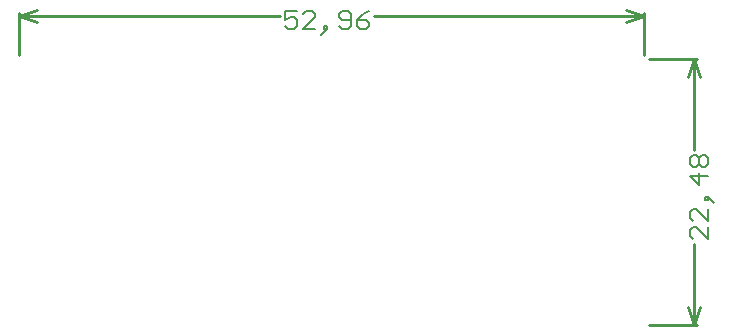
<source format=gm1>
%FSDAX23Y23*%
%MOIN*%
%SFA1B1*%

%IPPOS*%
%ADD31C,0.010000*%
%ADD51C,0.006000*%
%LNde-080717-1*%
%LPD*%
G54D31*
X05445Y03025D02*
X05605D01*
X05445Y02140D02*
X05605D01*
X05595Y02722D02*
Y03025D01*
Y02140D02*
Y02410D01*
X05575Y02965D02*
X05595Y03025D01*
X05615Y02965*
X05595Y02140D02*
X05615Y02200D01*
X05575D02*
X05595Y02140D01*
X05430Y03040D02*
Y03180D01*
X03345Y03040D02*
Y03180D01*
X04527Y03170D02*
X05430D01*
X03345D02*
X04215D01*
X05370Y03190D02*
X05430Y03170D01*
X05370Y03150D02*
X05430Y03170D01*
X03345D02*
X03405Y03150D01*
X03345Y03170D02*
X03405Y03190D01*
G54D51*
X05641Y02466D02*
Y02426D01*
X05601Y02466*
X05591*
X05581Y02456*
Y02436*
X05591Y02426*
X05641Y02526D02*
Y02486D01*
X05601Y02526*
X05591*
X05581Y02516*
Y02496*
X05591Y02486*
X05651Y02556D02*
X05641Y02566D01*
X05631*
Y02556*
X05641*
Y02566*
X05651Y02556*
X05661Y02546*
X05641Y02636D02*
X05581D01*
X05611Y02606*
Y02646*
X05591Y02666D02*
X05581Y02676D01*
Y02696*
X05591Y02706*
X05601*
X05611Y02696*
X05621Y02706*
X05631*
X05641Y02696*
Y02676*
X05631Y02666*
X05621*
X05611Y02676*
X05601Y02666*
X05591*
X05611Y02676D02*
Y02696D01*
X04271Y03184D02*
X04231D01*
Y03154*
X04251Y03164*
X04261*
X04271Y03154*
Y03134*
X04261Y03124*
X04241*
X04231Y03134*
X04331Y03124D02*
X04291D01*
X04331Y03164*
Y03174*
X04321Y03184*
X04301*
X04291Y03174*
X04361Y03114D02*
X04371Y03124D01*
Y03134*
X04361*
Y03124*
X04371*
X04361Y03114*
X04351Y03104*
X04411Y03134D02*
X04421Y03124D01*
X04441*
X04451Y03134*
Y03174*
X04441Y03184*
X04421*
X04411Y03174*
Y03164*
X04421Y03154*
X04451*
X04511Y03184D02*
X04491Y03174D01*
X04471Y03154*
Y03134*
X04481Y03124*
X04501*
X04511Y03134*
Y03144*
X04501Y03154*
X04471*
M02*
</source>
